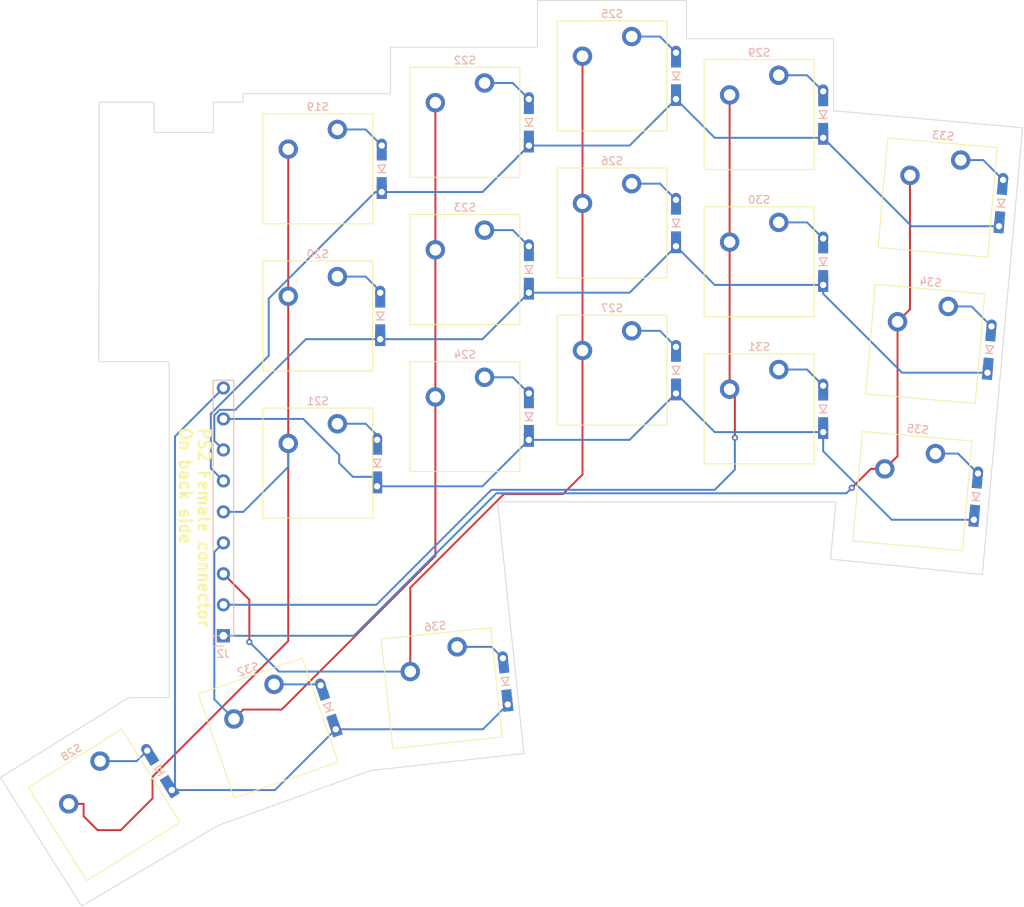
<source format=kicad_pcb>
(kicad_pcb (version 20221018) (generator pcbnew)
  (layers (0 "F.Cu" signal) (31 "B.Cu" signal) (34 "B.Paste" user) (35 "F.Paste" user) (36 "B.SilkS" user "B.Silkscreen") (37 "F.SilkS" user "F.Silkscreen") (38 "B.Mask" user) (39 "F.Mask" user) (44 "Edge.Cuts" user))
  (net 0 "")
  (net 1 "Net-(D19-A)")
  (net 2 "Net-(D20-A)")
  (net 3 "Net-(D21-A)")
  (net 4 "Net-(D22-A)")
  (net 5 "Net-(D23-A)")
  (net 6 "Net-(D24-A)")
  (net 7 "Net-(D25-A)")
  (net 8 "Net-(D26-A)")
  (net 9 "Net-(D27-A)")
  (net 10 "Net-(D28-A)")
  (net 11 "Net-(D29-A)")
  (net 12 "Net-(D30-A)")
  (net 13 "Net-(D31-A)")
  (net 14 "Net-(D32-A)")
  (net 15 "Net-(D33-A)")
  (net 16 "Net-(D34-A)")
  (net 17 "Net-(D35-A)")
  (net 18 "Net-(D36-A)")
  (net 19 "R4R")
  (net 20 "R3R")
  (net 21 "R2R")
  (net 22 "R1R")
  (net 23 "C10R")
  (net 24 "C9R")
  (net 25 "C8R")
  (net 26 "C7R")
  (net 27 "C6R")
  (footprint "Switch_Keyboard_Cherry_MX:SW_Cherry_MX_PCB_1.00u" (layer "F.Cu") (at 250.455964 94.699079)
    (fp_text reference "S31" (at 0 -8) (layer "B.SilkS") (effects (justify mirror)))
    (fp_text value "SW_Push")
    (pad "" np_thru_hole circle (at -5.08 0) (size 1.75 1.75) (drill 1.75) (layers "*.Cu" "*.Mask"))
    (pad "" np_thru_hole circle (at 0 0) (size 4 4) (drill 4) (layers "*.Cu" "*.Mask"))
    (pad "" np_thru_hole circle (at 5.08 0) (size 1.75 1.75) (drill 1.75) (layers "*.Cu" "*.Mask"))
    (pad "1" thru_hole circle (at -3.81 -2.54) (size 2.5 2.5) (drill 1.5) (layers "*.Cu" "B.Mask") (net 24 "C9R"))
    (pad "2" thru_hole circle (at 2.54 -5.08) (size 2.5 2.5) (drill 1.5) (layers "*.Cu" "B.Mask") (net 12 "Net-(D30-A)"))
  )
  (footprint "Switch_Keyboard_Cherry_MX:SW_Cherry_MX_PCB_1.00u" (layer "F.Cu") (at 212.455964 57.699079)
    (fp_text reference "S22" (at 0 -8) (layer "B.SilkS") (effects (justify mirror)))
    (fp_text value "SW_Push")
    (pad "" np_thru_hole circle (at -5.08 0) (size 1.75 1.75) (drill 1.75) (layers "*.Cu" "*.Mask"))
    (pad "" np_thru_hole circle (at 0 0) (size 4 4) (drill 4) (layers "*.Cu" "*.Mask"))
    (pad "" np_thru_hole circle (at 5.08 0) (size 1.75 1.75) (drill 1.75) (layers "*.Cu" "*.Mask"))
    (pad "1" thru_hole circle (at -3.81 -2.54) (size 2.5 2.5) (drill 1.5) (layers "*.Cu" "B.Mask") (net 26 "C7R"))
    (pad "2" thru_hole circle (at 2.54 -5.08) (size 2.5 2.5) (drill 1.5) (layers "*.Cu" "B.Mask") (net 3 "Net-(D21-A)"))
  )
  (footprint "Switch_Keyboard_Cherry_MX:SW_Cherry_MX_PCB_1.00u" (layer "F.Cu") (at 231.455964 51.699079)
    (fp_text reference "S25" (at 0 -8) (layer "B.SilkS") (effects (justify mirror)))
    (fp_text value "SW_Push")
    (pad "" np_thru_hole circle (at -5.08 0) (size 1.75 1.75) (drill 1.75) (layers "*.Cu" "*.Mask"))
    (pad "" np_thru_hole circle (at 0 0) (size 4 4) (drill 4) (layers "*.Cu" "*.Mask"))
    (pad "" np_thru_hole circle (at 5.08 0) (size 1.75 1.75) (drill 1.75) (layers "*.Cu" "*.Mask"))
    (pad "1" thru_hole circle (at -3.81 -2.54) (size 2.5 2.5) (drill 1.5) (layers "*.Cu" "B.Mask") (net 25 "C8R"))
    (pad "2" thru_hole circle (at 2.54 -5.08) (size 2.5 2.5) (drill 1.5) (layers "*.Cu" "B.Mask") (net 6 "Net-(D24-A)"))
  )
  (footprint "Switch_Keyboard_Cherry_MX:SW_Cherry_MX_PCB_1.00u" (layer "F.Cu") (at 165.879855 145.841604 32)
    (fp_text reference "S28" (at 0 -8 32) (layer "B.SilkS") (effects (justify mirror)))
    (fp_text value "SW_Push")
    (pad "" np_thru_hole circle (at -5.08 0 32) (size 1.75 1.75) (drill 1.75) (layers "*.Cu" "*.Mask"))
    (pad "" np_thru_hole circle (at 0 0 32) (size 4 4) (drill 4) (layers "*.Cu" "*.Mask"))
    (pad "" np_thru_hole circle (at 5.08 0 32) (size 1.75 1.75) (drill 1.75) (layers "*.Cu" "*.Mask"))
    (pad "1" thru_hole circle (at -3.81 -2.54 32) (size 2.5 2.5) (drill 1.5) (layers "*.Cu" "B.Mask") (net 27 "C6R"))
    (pad "2" thru_hole circle (at 2.54 -5.08 32) (size 2.5 2.5) (drill 1.5) (layers "*.Cu" "B.Mask") (net 9 "Net-(D27-A)"))
  )
  (footprint "Switch_Keyboard_Cherry_MX:SW_Cherry_MX_PCB_1.00u" (layer "F.Cu") (at 271.900122 86.314073 -5)
    (fp_text reference "S34" (at 0 -8 175) (layer "B.SilkS") (effects (justify mirror)))
    (fp_text value "SW_Push")
    (pad "" np_thru_hole circle (at -5.08 0 355) (size 1.75 1.75) (drill 1.75) (layers "*.Cu" "*.Mask"))
    (pad "" np_thru_hole circle (at 0 0 355) (size 4 4) (drill 4) (layers "*.Cu" "*.Mask"))
    (pad "" np_thru_hole circle (at 5.08 0 355) (size 1.75 1.75) (drill 1.75) (layers "*.Cu" "*.Mask"))
    (pad "1" thru_hole circle (at -3.81 -2.54 355) (size 2.5 2.5) (drill 1.5) (layers "*.Cu" "B.Mask") (net 23 "C10R"))
    (pad "2" thru_hole circle (at 2.54 -5.08 355) (size 2.5 2.5) (drill 1.5) (layers "*.Cu" "B.Mask") (net 15 "Net-(D33-A)"))
  )
  (footprint "Switch_Keyboard_Cherry_MX:SW_Cherry_MX_PCB_1.00u" (layer "F.Cu") (at 212.455964 76.699079)
    (fp_text reference "S23" (at 0 -8) (layer "B.SilkS") (effects (justify mirror)))
    (fp_text value "SW_Push")
    (pad "" np_thru_hole circle (at -5.08 0) (size 1.75 1.75) (drill 1.75) (layers "*.Cu" "*.Mask"))
    (pad "" np_thru_hole circle (at 0 0) (size 4 4) (drill 4) (layers "*.Cu" "*.Mask"))
    (pad "" np_thru_hole circle (at 5.08 0) (size 1.75 1.75) (drill 1.75) (layers "*.Cu" "*.Mask"))
    (pad "1" thru_hole circle (at -3.81 -2.54) (size 2.5 2.5) (drill 1.5) (layers "*.Cu" "B.Mask") (net 26 "C7R"))
    (pad "2" thru_hole circle (at 2.54 -5.08) (size 2.5 2.5) (drill 1.5) (layers "*.Cu" "B.Mask") (net 4 "Net-(D22-A)"))
  )
  (footprint "Switch_Keyboard_Cherry_MX:SW_Cherry_MX_PCB_1.00u" (layer "F.Cu") (at 250.455964 75.699079)
    (fp_text reference "S30" (at 0 -8) (layer "B.SilkS") (effects (justify mirror)))
    (fp_text value "SW_Push")
    (pad "" np_thru_hole circle (at -5.08 0) (size 1.75 1.75) (drill 1.75) (layers "*.Cu" "*.Mask"))
    (pad "" np_thru_hole circle (at 0 0) (size 4 4) (drill 4) (layers "*.Cu" "*.Mask"))
    (pad "" np_thru_hole circle (at 5.08 0) (size 1.75 1.75) (drill 1.75) (layers "*.Cu" "*.Mask"))
    (pad "1" thru_hole circle (at -3.81 -2.54) (size 2.5 2.5) (drill 1.5) (layers "*.Cu" "B.Mask") (net 24 "C9R"))
    (pad "2" thru_hole circle (at 2.54 -5.08) (size 2.5 2.5) (drill 1.5) (layers "*.Cu" "B.Mask") (net 11 "Net-(D29-A)"))
  )
  (footprint "Switch_Keyboard_Cherry_MX:SW_Cherry_MX_PCB_1.00u" (layer "F.Cu") (at 193.455962 63.699079)
    (fp_text reference "S19" (at 0 -8) (layer "B.SilkS") (effects (justify mirror)))
    (fp_text value "SW_Push")
    (pad "" np_thru_hole circle (at -5.08 0) (size 1.75 1.75) (drill 1.75) (layers "*.Cu" "*.Mask"))
    (pad "" np_thru_hole circle (at 0 0) (size 4 4) (drill 4) (layers "*.Cu" "*.Mask"))
    (pad "" np_thru_hole circle (at 5.08 0) (size 1.75 1.75) (drill 1.75) (layers "*.Cu" "*.Mask"))
    (pad "1" thru_hole circle (at -3.81 -2.54) (size 2.5 2.5) (drill 1.5) (layers "*.Cu" "B.Mask") (net 27 "C6R"))
    (pad "2" thru_hole circle (at 2.54 -5.08) (size 2.5 2.5) (drill 1.5) (layers "*.Cu" "B.Mask") (net 1 "Net-(D19-A)"))
  )
  (footprint "Switch_Keyboard_Cherry_MX:SW_Cherry_MX_PCB_1.00u" (layer "F.Cu") (at 231.455964 70.699079)
    (fp_text reference "S26" (at 0 -8) (layer "B.SilkS") (effects (justify mirror)))
    (fp_text value "SW_Push")
    (pad "" np_thru_hole circle (at -5.08 0) (size 1.75 1.75) (drill 1.75) (layers "*.Cu" "*.Mask"))
    (pad "" np_thru_hole circle (at 0 0) (size 4 4) (drill 4) (layers "*.Cu" "*.Mask"))
    (pad "" np_thru_hole circle (at 5.08 0) (size 1.75 1.75) (drill 1.75) (layers "*.Cu" "*.Mask"))
    (pad "1" thru_hole circle (at -3.81 -2.54) (size 2.5 2.5) (drill 1.5) (layers "*.Cu" "B.Mask") (net 25 "C8R"))
    (pad "2" thru_hole circle (at 2.54 -5.08) (size 2.5 2.5) (drill 1.5) (layers "*.Cu" "B.Mask") (net 7 "Net-(D25-A)"))
  )
  (footprint "Switch_Keyboard_Cherry_MX:SW_Cherry_MX_PCB_1.00u" (layer "F.Cu") (at 193.455962 101.699079)
    (fp_text reference "S21" (at 0 -8) (layer "B.SilkS") (effects (justify mirror)))
    (fp_text value "SW_Push")
    (pad "" np_thru_hole circle (at -5.08 0) (size 1.75 1.75) (drill 1.75) (layers "*.Cu" "*.Mask"))
    (pad "" np_thru_hole circle (at 0 0) (size 4 4) (drill 4) (layers "*.Cu" "*.Mask"))
    (pad "" np_thru_hole circle (at 5.08 0) (size 1.75 1.75) (drill 1.75) (layers "*.Cu" "*.Mask"))
    (pad "1" thru_hole circle (at -3.81 -2.54) (size 2.5 2.5) (drill 1.5) (layers "*.Cu" "B.Mask") (net 27 "C6R"))
    (pad "2" thru_hole circle (at 2.54 -5.08) (size 2.5 2.5) (drill 1.5) (layers "*.Cu" "B.Mask") (net 18 "Net-(D36-A)"))
  )
  (footprint "Switch_Keyboard_Cherry_MX:SW_Cherry_MX_PCB_1.00u" (layer "F.Cu") (at 187.063343 135.903994 19)
    (fp_text reference "S32" (at 0 -8 19) (layer "B.SilkS") (effects (justify mirror)))
    (fp_text value "SW_Push")
    (pad "" np_thru_hole circle (at -5.08 0 19) (size 1.75 1.75) (drill 1.75) (layers "*.Cu" "*.Mask"))
    (pad "" np_thru_hole circle (at 0 0 19) (size 4 4) (drill 4) (layers "*.Cu" "*.Mask"))
    (pad "" np_thru_hole circle (at 5.08 0 19) (size 1.75 1.75) (drill 1.75) (layers "*.Cu" "*.Mask"))
    (pad "1" thru_hole circle (at -3.81 -2.54 19) (size 2.5 2.5) (drill 1.5) (layers "*.Cu" "B.Mask") (net 26 "C7R"))
    (pad "2" thru_hole circle (at 2.54 -5.08 19) (size 2.5 2.5) (drill 1.5) (layers "*.Cu" "B.Mask") (net 13 "Net-(D31-A)"))
  )
  (footprint "Switch_Keyboard_Cherry_MX:SW_Cherry_MX_PCB_1.00u" (layer "F.Cu") (at 231.455964 89.699079)
    (fp_text reference "S27" (at 0 -8) (layer "B.SilkS") (effects (justify mirror)))
    (fp_text value "SW_Push")
    (pad "" np_thru_hole circle (at -5.08 0) (size 1.75 1.75) (drill 1.75) (layers "*.Cu" "*.Mask"))
    (pad "" np_thru_hole circle (at 0 0) (size 4 4) (drill 4) (layers "*.Cu" "*.Mask"))
    (pad "" np_thru_hole circle (at 5.08 0) (size 1.75 1.75) (drill 1.75) (layers "*.Cu" "*.Mask"))
    (pad "1" thru_hole circle (at -3.81 -2.54) (size 2.5 2.5) (drill 1.5) (layers "*.Cu" "B.Mask") (net 25 "C8R"))
    (pad "2" thru_hole circle (at 2.54 -5.08) (size 2.5 2.5) (drill 1.5) (layers "*.Cu" "B.Mask") (net 8 "Net-(D26-A)"))
  )
  (footprint "Switch_Keyboard_Cherry_MX:SW_Cherry_MX_PCB_1.00u" (layer "F.Cu") (at 270.252106 105.311492 -5)
    (fp_text reference "S35" (at 0 -8 175) (layer "B.SilkS") (effects (justify mirror)))
    (fp_text value "SW_Push")
    (pad "" np_thru_hole circle (at -5.08 0 355) (size 1.75 1.75) (drill 1.75) (layers "*.Cu" "*.Mask"))
    (pad "" np_thru_hole circle (at 0 0 355) (size 4 4) (drill 4) (layers "*.Cu" "*.Mask"))
    (pad "" np_thru_hole circle (at 5.08 0 355) (size 1.75 1.75) (drill 1.75) (layers "*.Cu" "*.Mask"))
    (pad "1" thru_hole circle (at -3.81 -2.54 355) (size 2.5 2.5) (drill 1.5) (layers "*.Cu" "B.Mask") (net 23 "C10R"))
    (pad "2" thru_hole circle (at 2.54 -5.08 355) (size 2.5 2.5) (drill 1.5) (layers "*.Cu" "B.Mask") (net 16 "Net-(D34-A)"))
  )
  (footprint "Switch_Keyboard_Cherry_MX:SW_Cherry_MX_PCB_1.00u" (layer "F.Cu") (at 193.455962 82.699079)
    (fp_text reference "S20" (at 0 -8) (layer "B.SilkS") (effects (justify mirror)))
    (fp_text value "SW_Push")
    (pad "" np_thru_hole circle (at -5.08 0) (size 1.75 1.75) (drill 1.75) (layers "*.Cu" "*.Mask"))
    (pad "" np_thru_hole circle (at 0 0) (size 4 4) (drill 4) (layers "*.Cu" "*.Mask"))
    (pad "" np_thru_hole circle (at 5.08 0) (size 1.75 1.75) (drill 1.75) (layers "*.Cu" "*.Mask"))
    (pad "1" thru_hole circle (at -3.81 -2.54) (size 2.5 2.5) (drill 1.5) (layers "*.Cu" "B.Mask") (net 27 "C6R"))
    (pad "2" thru_hole circle (at 2.54 -5.08) (size 2.5 2.5) (drill 1.5) (layers "*.Cu" "B.Mask") (net 2 "Net-(D20-A)"))
  )
  (footprint "Switch_Keyboard_Cherry_MX:SW_Cherry_MX_PCB_1.00u" (layer "F.Cu") (at 250.455964 56.699079)
    (fp_text reference "S29" (at 0 -8) (layer "B.SilkS") (effects (justify mirror)))
    (fp_text value "SW_Push")
    (pad "" np_thru_hole circle (at -5.08 0) (size 1.75 1.75) (drill 1.75) (layers "*.Cu" "*.Mask"))
    (pad "" np_thru_hole circle (at 0 0) (size 4 4) (drill 4) (layers "*.Cu" "*.Mask"))
    (pad "" np_thru_hole circle (at 5.08 0) (size 1.75 1.75) (drill 1.75) (layers "*.Cu" "*.Mask"))
    (pad "1" thru_hole circle (at -3.81 -2.54) (size 2.5 2.5) (drill 1.5) (layers "*.Cu" "B.Mask") (net 24 "C9R"))
    (pad "2" thru_hole circle (at 2.54 -5.08) (size 2.5 2.5) (drill 1.5) (layers "*.Cu" "B.Mask") (net 10 "Net-(D28-A)"))
  )
  (footprint "Switch_Keyboard_Cherry_MX:SW_Cherry_MX_PCB_1.00u" (layer "F.Cu") (at 273.509347 67.407972 -5)
    (fp_text reference "S33" (at 0 -8 175) (layer "B.SilkS") (effects (justify mirror)))
    (fp_text value "SW_Push")
    (pad "" np_thru_hole circle (at -5.08 0 355) (size 1.75 1.75) (drill 1.75) (layers "*.Cu" "*.Mask"))
    (pad "" np_thru_hole circle (at 0 0 355) (size 4 4) (drill 4) (layers "*.Cu" "*.Mask"))
    (pad "" np_thru_hole circle (at 5.08 0 355) (size 1.75 1.75) (drill 1.75) (layers "*.Cu" "*.Mask"))
    (pad "1" thru_hole circle (at -3.81 -2.54 355) (size 2.5 2.5) (drill 1.5) (layers "*.Cu" "B.Mask") (net 23 "C10R"))
    (pad "2" thru_hole circle (at 2.54 -5.08 355) (size 2.5 2.5) (drill 1.5) (layers "*.Cu" "B.Mask") (net 14 "Net-(D32-A)"))
  )
  (footprint "Switch_Keyboard_Cherry_MX:SW_Cherry_MX_PCB_1.00u" (layer "F.Cu") (at 209.461031 130.748601 6)
    (fp_text reference "S36" (at 0 -8 6) (layer "B.SilkS") (effects (justify mirror)))
    (fp_text value "SW_Push")
    (pad "" np_thru_hole circle (at -5.08 0 6) (size 1.75 1.75) (drill 1.75) (layers "*.Cu" "*.Mask"))
    (pad "" np_thru_hole circle (at 0 0 6) (size 4 4) (drill 4) (layers "*.Cu" "*.Mask"))
    (pad "" np_thru_hole circle (at 5.08 0 6) (size 1.75 1.75) (drill 1.75) (layers "*.Cu" "*.Mask"))
    (pad "1" thru_hole circle (at -3.81 -2.54 6) (size 2.5 2.5) (drill 1.5) (layers "*.Cu" "B.Mask") (net 25 "C8R"))
    (pad "2" thru_hole circle (at 2.54 -5.08 6) (size 2.5 2.5) (drill 1.5) (layers "*.Cu" "B.Mask") (net 17 "Net-(D35-A)"))
  )
  (footprint "Switch_Keyboard_Cherry_MX:SW_Cherry_MX_PCB_1.00u" (layer "F.Cu") (at 212.455964 95.699079)
    (fp_text reference "S24" (at 0 -8) (layer "B.SilkS") (effects (justify mirror)))
    (fp_text value "SW_Push")
    (pad "" np_thru_hole circle (at -5.08 0) (size 1.75 1.75) (drill 1.75) (layers "*.Cu" "*.Mask"))
    (pad "" np_thru_hole circle (at 0 0) (size 4 4) (drill 4) (layers "*.Cu" "*.Mask"))
    (pad "" np_thru_hole circle (at 5.08 0) (size 1.75 1.75) (drill 1.75) (layers "*.Cu" "*.Mask"))
    (pad "1" thru_hole circle (at -3.81 -2.54) (size 2.5 2.5) (drill 1.5) (layers "*.Cu" "B.Mask") (net 26 "C7R"))
    (pad "2" thru_hole circle (at 2.54 -5.08) (size 2.5 2.5) (drill 1.5) (layers "*.Cu" "B.Mask") (net 5 "Net-(D23-A)"))
  )
  (footprint "kbd:D3_TH_SMD_v2" (layer "B.Cu") (at 201.723227 63.699079 90)
    (fp_text reference "D19" hide)
    (fp_text value "D_Small" hide)
    (pad "1" thru_hole rect (at -3 0 90) (size 1.778 1.3) (drill 0.8128) (layers "*.Cu" "F.Mask") (net 19 "R4R"))
    (pad "1" smd rect (at -1.775 0 270) (size 1.4 1.3) (layers "B.Cu" "B.Paste" "B.Mask") (net 19 "R4R"))
    (pad "2" smd rect (at 1.775 0 270) (size 1.4 1.3) (layers "B.Cu" "B.Paste" "B.Mask") (net 1 "Net-(D19-A)"))
    (pad "2" thru_hole oval (at 3 0 90) (size 1.778 1.3) (drill 0.8128) (layers "*.Cu" "F.Mask") (net 1 "Net-(D19-A)"))
  )
  (footprint "kbd:D3_TH_SMD_v2" (layer "B.Cu") (at 220.723227 95.699079 90)
    (fp_text reference "D23" hide)
    (fp_text value "D_Small" hide)
    (pad "1" thru_hole rect (at -3 0 90) (size 1.778 1.3) (drill 0.8128) (layers "*.Cu" "F.Mask") (net 21 "R2R"))
    (pad "1" smd rect (at -1.775 0 270) (size 1.4 1.3) (layers "B.Cu" "B.Paste" "B.Mask") (net 21 "R2R"))
    (pad "2" smd rect (at 1.775 0 270) (size 1.4 1.3) (layers "B.Cu" "B.Paste" "B.Mask") (net 5 "Net-(D23-A)"))
    (pad "2" thru_hole oval (at 3 0 90) (size 1.778 1.3) (drill 0.8128) (layers "*.Cu" "F.Mask") (net 5 "Net-(D23-A)"))
  )
  (footprint "kbd:D3_TH_SMD_v2" (layer "B.Cu") (at 258.723227 56.695448 90)
    (fp_text reference "D28" hide)
    (fp_text value "D_Small" hide)
    (pad "1" thru_hole rect (at -3 0 90) (size 1.778 1.3) (drill 0.8128) (layers "*.Cu" "F.Mask") (net 19 "R4R"))
    (pad "1" smd rect (at -1.775 0 270) (size 1.4 1.3) (layers "B.Cu" "B.Paste" "B.Mask") (net 19 "R4R"))
    (pad "2" smd rect (at 1.775 0 270) (size 1.4 1.3) (layers "B.Cu" "B.Paste" "B.Mask") (net 10 "Net-(D28-A)"))
    (pad "2" thru_hole oval (at 3 0 90) (size 1.778 1.3) (drill 0.8128) (layers "*.Cu" "F.Mask") (net 10 "Net-(D28-A)"))
  )
  (footprint "kbd:D3_TH_SMD_v2" (layer "B.Cu") (at 201.523227 82.699079 90)
    (fp_text reference "D20" hide)
    (fp_text value "D_Small" hide)
    (pad "1" thru_hole rect (at -3 0 90) (size 1.778 1.3) (drill 0.8128) (layers "*.Cu" "F.Mask") (net 20 "R3R"))
    (pad "1" smd rect (at -1.775 0 270) (size 1.4 1.3) (layers "B.Cu" "B.Paste" "B.Mask") (net 20 "R3R"))
    (pad "2" smd rect (at 1.775 0 270) (size 1.4 1.3) (layers "B.Cu" "B.Paste" "B.Mask") (net 2 "Net-(D20-A)"))
    (pad "2" thru_hole oval (at 3 0 90) (size 1.778 1.3) (drill 0.8128) (layers "*.Cu" "F.Mask") (net 2 "Net-(D20-A)"))
  )
  (footprint "kbd:D3_TH_SMD_v2" (layer "B.Cu") (at 258.723227 75.695448 90)
    (fp_text reference "D29" hide)
    (fp_text value "D_Small" hide)
    (pad "1" thru_hole rect (at -3 0 90) (size 1.778 1.3) (drill 0.8128) (layers "*.Cu" "F.Mask") (net 20 "R3R"))
    (pad "1" smd rect (at -1.775 0 270) (size 1.4 1.3) (layers "B.Cu" "B.Paste" "B.Mask") (net 20 "R3R"))
    (pad "2" smd rect (at 1.775 0 270) (size 1.4 1.3) (layers "B.Cu" "B.Paste" "B.Mask") (net 11 "Net-(D29-A)"))
    (pad "2" thru_hole oval (at 3 0 90) (size 1.778 1.3) (drill 0.8128) (layers "*.Cu" "F.Mask") (net 11 "Net-(D29-A)"))
  )
  (footprint "kbd:D3_TH_SMD_v2" (layer "B.Cu") (at 201.123227 101.699079 90)
    (fp_text reference "D36" hide)
    (fp_text value "D_Small" hide)
    (pad "1" thru_hole rect (at -3 0 90) (size 1.778 1.3) (drill 0.8128) (layers "*.Cu" "F.Mask") (net 21 "R2R"))
    (pad "1" smd rect (at -1.775 0 270) (size 1.4 1.3) (layers "B.Cu" "B.Paste" "B.Mask") (net 21 "R2R"))
    (pad "2" smd rect (at 1.775 0 270) (size 1.4 1.3) (layers "B.Cu" "B.Paste" "B.Mask") (net 18 "Net-(D36-A)"))
    (pad "2" thru_hole oval (at 3 0 90) (size 1.778 1.3) (drill 0.8128) (layers "*.Cu" "F.Mask") (net 18 "Net-(D36-A)"))
  )
  (footprint "kbd:D3_TH_SMD_v2" (layer "B.Cu") (at 217.678961 129.884862 96)
    (fp_text reference "D35" hide)
    (fp_text value "D_Small" hide)
    (pad "1" thru_hole rect (at -3 0 96) (size 1.778 1.3) (drill 0.8128) (layers "*.Cu" "F.Mask") (net 22 "R1R"))
    (pad "1" smd rect (at -1.775 0 276) (size 1.4 1.3) (layers "B.Cu" "B.Paste" "B.Mask") (net 22 "R1R"))
    (pad "2" smd rect (at 1.775 0 276) (size 1.4 1.3) (layers "B.Cu" "B.Paste" "B.Mask") (net 17 "Net-(D35-A)"))
    (pad "2" thru_hole oval (at 3 0 96) (size 1.778 1.3) (drill 0.8128) (layers "*.Cu" "F.Mask") (net 17 "Net-(D35-A)"))
  )
  (footprint "kbd:D3_TH_SMD_v2" (layer "B.Cu") (at 278.451155 106.028815 85)
    (fp_text reference "D34" hide)
    (fp_text value "D_Small" hide)
    (pad "1" thru_hole rect (at -3 0 85) (size 1.778 1.3) (drill 0.8128) (layers "*.Cu" "F.Mask") (net 21 "R2R"))
    (pad "1" smd rect (at -1.775 0 265) (size 1.4 1.3) (layers "B.Cu" "B.Paste" "B.Mask") (net 21 "R2R"))
    (pad "2" smd rect (at 1.775 0 265) (size 1.4 1.3) (layers "B.Cu" "B.Paste" "B.Mask") (net 16 "Net-(D34-A)"))
    (pad "2" thru_hole oval (at 3 0 85) (size 1.778 1.3) (drill 0.8128) (layers "*.Cu" "F.Mask") (net 16 "Net-(D34-A)"))
  )
  (footprint "kbd:D3_TH_SMD_v2" (layer "B.Cu") (at 281.692834 68.123934 85)
    (fp_text reference "D32" hide)
    (fp_text value "D_Small" hide)
    (pad "1" thru_hole rect (at -3 0 85) (size 1.778 1.3) (drill 0.8128) (layers "*.Cu" "F.Mask") (net 19 "R4R"))
    (pad "1" smd rect (at -1.775 0 265) (size 1.4 1.3) (layers "B.Cu" "B.Paste" "B.Mask") (net 19 "R4R"))
    (pad "2" smd rect (at 1.775 0 265) (size 1.4 1.3) (layers "B.Cu" "B.Paste" "B.Mask") (net 14 "Net-(D32-A)"))
    (pad "2" thru_hole oval (at 3 0 85) (size 1.778 1.3) (drill 0.8128) (layers "*.Cu" "F.Mask") (net 14 "Net-(D32-A)"))
  )
  (footprint "kbd:D3_TH_SMD_v2" (layer "B.Cu") (at 194.807751 133.237381 109)
    (fp_text reference "D31" hide)
    (fp_text value "D_Small" hide)
    (pad "1" thru_hole rect (at -3 0 109) (size 1.778 1.3) (drill 0.8128) (layers "*.Cu" "F.Mask") (net 22 "R1R"))
    (pad "1" smd rect (at -1.775 0 289) (size 1.4 1.3) (layers "B.Cu" "B.Paste" "B.Mask") (net 22 "R1R"))
    (pad "2" smd rect (at 1.775 0 289) (size 1.4 1.3) (layers "B.Cu" "B.Paste" "B.Mask") (net 13 "Net-(D31-A)"))
    (pad "2" thru_hole oval (at 3 0 109) (size 1.778 1.3) (drill 0.8128) (layers "*.Cu" "F.Mask") (net 13 "Net-(D31-A)"))
  )
  (footprint "kbd:D3_TH_SMD_v2" (layer "B.Cu") (at 220.723227 76.695448 90)
    (fp_text reference "D22" hide)
    (fp_text value "D_Small" hide)
    (pad "1" thru_hole rect (at -3 0 90) (size 1.778 1.3) (drill 0.8128) (layers "*.Cu" "F.Mask") (net 20 "R3R"))
    (pad "1" smd rect (at -1.775 0 270) (size 1.4 1.3) (layers "B.Cu" "B.Paste" "B.Mask") (net 20 "R3R"))
    (pad "2" smd rect (at 1.775 0 270) (size 1.4 1.3) (layers "B.Cu" "B.Paste" "B.Mask") (net 4 "Net-(D22-A)"))
    (pad "2" thru_hole oval (at 3 0 90) (size 1.778 1.3) (drill 0.8128) (layers "*.Cu" "F.Mask") (net 4 "Net-(D22-A)"))
  )
  (footprint "kbd:D3_TH_SMD_v2" (layer "B.Cu") (at 280.200155 87.040232 85)
    (fp_text reference "D33" hide)
    (fp_text value "D_Small" hide)
    (pad "1" thru_hole rect (at -3 0 85) (size 1.778 1.3) (drill 0.8128) (layers "*.Cu" "F.Mask") (net 20 "R3R"))
    (pad "1" smd rect (at -1.775 0 265) (size 1.4 1.3) (layers "B.Cu" "B.Paste" "B.Mask") (net 20 "R3R"))
    (pad "2" smd rect (at 1.775 0 265) (size 1.4 1.3) (layers "B.Cu" "B.Paste" "B.Mask") (net 15 "Net-(D33-A)"))
    (pad "2" thru_hole oval (at 3 0 85) (size 1.778 1.3) (drill 0.8128) (layers "*.Cu" "F.Mask") (net 15 "Net-(D33-A)"))
  )
  (footprint "kbd:D3_TH_SMD_v2" (layer "B.Cu") (at 220.723227 57.699079 90)
    (fp_text reference "D21" hide)
    (fp_text value "D_Small" hide)
    (pad "1" thru_hole rect (at -3 0 90) (size 1.778 1.3) (drill 0.8128) (layers "*.Cu" "F.Mask") (net 19 "R4R"))
    (pad "1" smd rect (at -1.775 0 270) (size 1.4 1.3) (layers "B.Cu" "B.Paste" "B.Mask") (net 19 "R4R"))
    (pad "2" smd rect (at 1.775 0 270) (size 1.4 1.3) (layers "B.Cu" "B.Paste" "B.Mask") (net 3 "Net-(D21-A)"))
    (pad "2" thru_hole oval (at 3 0 90) (size 1.778 1.3) (drill 0.8128) (layers "*.Cu" "F.Mask") (net 3 "Net-(D21-A)"))
  )
  (footprint "MX:1x9 4mm" (layer "B.Cu") (at 181.275976 124)
    (fp_text reference "J2" (at 0 2.33 180) (layer "B.SilkS") (effects (justify mirror)))
    (fp_text value "Conn_01x09")
    (pad "1" thru_hole rect (at 0 0) (size 1.7 1.7) (drill 1) (layers "*.Cu" "*.Mask") (net 23 "C10R"))
    (pad "2" thru_hole oval (at 0 -4) (size 1.7 1.7) (drill 1) (layers "*.Cu" "*.Mask") (net 24 "C9R"))
    (pad "3" thru_hole oval (at 0 -8) (size 1.7 1.7) (drill 1) (layers "*.Cu" "*.Mask") (net 25 "C8R"))
    (pad "4" thru_hole oval (at 0 -12) (size 1.7 1.7) (drill 1) (layers "*.Cu" "*.Mask") (net 26 "C7R"))
    (pad "5" thru_hole oval (at 0 -16) (size 1.7 1.7) (drill 1) (layers "*.Cu" "*.Mask") (net 27 "C6R"))
    (pad "6" thru_hole oval (at 0 -20) (size 1.7 1.7) (drill 1) (layers "*.Cu" "*.Mask") (net 19 "R4R"))
    (pad "7" thru_hole oval (at 0 -24) (size 1.7 1.7) (drill 1) (layers "*.Cu" "*.Mask") (net 20 "R3R"))
    (pad "8" thru_hole oval (at 0 -28) (size 1.7 1.7) (drill 1) (layers "*.Cu" "*.Mask") (net 21 "R2R"))
    (pad "9" thru_hole oval (at 0 -32) (size 1.7 1.7) (drill 1) (layers "*.Cu" "*.Mask") (net 22 "R1R"))
  )
  (footprint "kbd:D3_TH_SMD_v2" (layer "B.Cu") (at 239.723227 70.699079 90)
    (fp_text reference "D25" hide)
    (fp_text value "D_Small" hide)
    (pad "1" thru_hole rect (at -3 0 90) (size 1.778 1.3) (drill 0.8128) (layers "*.Cu" "F.Mask") (net 20 "R3R"))
    (pad "1" smd rect (at -1.775 0 270) (size 1.4 1.3) (layers "B.Cu" "B.Paste" "B.Mask") (net 20 "R3R"))
    (pad "2" smd rect (at 1.775 0 270) (size 1.4 1.3) (layers "B.Cu" "B.Paste" "B.Mask") (net 7 "Net-(D25-A)"))
    (pad "2" thru_hole oval (at 3 0 90) (size 1.778 1.3) (drill 0.8128) (layers "*.Cu" "F.Mask") (net 7 "Net-(D25-A)"))
  )
  (footprint "kbd:D3_TH_SMD_v2" (layer "B.Cu") (at 173.023156 141.377974 122)
    (fp_text reference "D27" hide)
    (fp_text value "D_Small" hide)
    (pad "1" thru_hole rect (at -3 0 122) (size 1.778 1.3) (drill 0.8128) (layers "*.Cu" "F.Mask") (net 22 "R1R"))
    (pad "1" smd rect (at -1.775 0 302) (size 1.4 1.3) (layers "B.Cu" "B.Paste" "B.Mask") (net 22 "R1R"))
    (pad "2" smd rect (at 1.775 0 302) (size 1.4 1.3) (layers "B.Cu" "B.Paste" "B.Mask") (net 9 "Net-(D27-A)"))
    (pad "2" thru_hole oval (at 3 0 122) (size 1.778 1.3) (drill 0.8128) (layers "*.Cu" "F.Mask") (net 9 "Net-(D27-A)"))
  )
  (footprint "kbd:D3_TH_SMD_v2" (layer "B.Cu") (at 239.723227 51.699079 90)
    (fp_text reference "D24" hide)
    (fp_text value "D_Small" hide)
    (pad "1" thru_hole rect (at -3 0 90) (size 1.778 1.3) (drill 0.8128) (layers "*.Cu" "F.Mask") (net 19 "R4R"))
    (pad "1" smd rect (at -1.775 0 270) (size 1.4 1.3) (layers "B.Cu" "B.Paste" "B.Mask") (net 19 "R4R"))
    (pad "2" smd rect (at 1.775 0 270) (size 1.4 1.3) (layers "B.Cu" "B.Paste" "B.Mask") (net 6 "Net-(D24-A)"))
    (pad "2" thru_hole oval (at 3 0 90) (size 1.778 1.3) (drill 0.8128) (layers "*.Cu" "F.Mask") (net 6 "Net-(D24-A)"))
  )
  (footprint "kbd:D3_TH_SMD_v2" (layer "B.Cu") (at 239.723227 89.699079 90)
    (fp_text reference "D26" hide)
    (fp_text value "D_Small" hide)
    (pad "1" thru_hole rect (at -3 0 90) (size 1.778 1.3) (drill 0.8128) (layers "*.Cu" "F.Mask") (net 21 "R2R"))
    (pad "1" smd rect (at -1.775 0 270) (size 1.4 1.3) (layers "B.Cu" "B.Paste" "B.Mask") (net 21 "R2R"))
    (pad "2" smd rect (at 1.775 0 270) (size 1.4 1.3) (layers "B.Cu" "B.Paste" "B.Mask") (net 8 "Net-(D26-A)"))
    (pad "2" thru_hole oval (at 3 0 90) (size 1.778 1.3) (drill 0.8128) (layers "*.Cu" "F.Mask") (net 8 "Net-(D26-A)"))
  )
  (footprint "kbd:D3_TH_SMD_v2" (layer "B.Cu") (at 258.723227 94.699079 90)
    (fp_text reference "D30" hide)
    (fp_text value "D_Small" hide)
    (pad "1" thru_hole rect (at -3 0 90) (size 1.778 1.3) (drill 0.8128) (layers "*.Cu" "F.Mask") (net 21 "R2R"))
    (pad "1" smd rect (at -1.775 0 270) (size 1.4 1.3) (layers "B.Cu" "B.Paste" "B.Mask") (net 21 "R2R"))
    (pad "2" smd rect (at 1.775 0 270) (size 1.4 1.3) (layers "B.Cu" "B.Paste" "B.Mask") (net 12 "Net-(D30-A)"))
    (pad "2" thru_hole oval (at 3 0 90) (size 1.778 1.3) (drill 0.8128) (layers "*.Cu" "F.Mask") (net 12 "Net-(D30-A)"))
  )
  (gr_poly (pts (xy 162.975976 158.9) (xy 180.575976 148.5) (xy 200.275976 141.4) (xy 220.075976 139.2) (xy 216.675976 106.7) (xy 260.375976 106.7) (xy 259.675976 114.1) (xy 279.275976 116.1) (xy 284.475976 58.4) (xy 260.075976 56.2) (xy 260.075976 46.9) (xy 241.075976 46.9) (xy 241.075976 41.95) (xy 221.825976 41.95) (xy 221.825976 48) (xy 202.825976 48) (xy 202.825976 54) (xy 183.825976 54) (xy 183.825976 55.1) (xy 179.975976 55.1) (xy 179.975976 59) (xy 172.325976 59) (xy 172.325976 55.1) (xy 165.225976 55.1) (xy 165.175976 88.6) (xy 174.275976 88.6) (xy 174.275976 132) (xy 169.025976 132) (xy 152.475976 142.3)) (stroke (width 0.1)) (fill none) (layer "Edge.Cuts"))
  (gr_text "PS2 Female connector\nOn back side" (at 175.473227 96.949079 -90) (layer "F.SilkS") (effects (font (size 1.5 1.5) (thickness 0.3) bold) (justify left bottom)))
  (segment (start 199.643227 58.619079) (end 201.723227 60.699079) (width 0.25) (layer "B.Cu") (net 1))
  (segment (start 195.995962 58.619079) (end 199.643227 58.619079) (width 0.25) (layer "B.Cu") (net 1))
  (segment (start 195.995962 77.619079) (end 199.643227 77.619079) (width 0.25) (layer "B.Cu") (net 2))
  (segment (start 201.223227 79.199079) (end 201.223227 79.699079) (width 0.25) (layer "B.Cu") (net 2))
  (segment (start 201.523227 79.499079) (end 201.523227 79.699079) (width 0.25) (layer "B.Cu") (net 2))
  (segment (start 199.643227 77.619079) (end 201.523227 79.499079) (width 0.25) (layer "B.Cu") (net 2))
  (segment (start 218.643227 52.619079) (end 220.723227 54.699079) (width 0.25) (layer "B.Cu") (net 3))
  (segment (start 214.995964 52.619079) (end 218.643227 52.619079) (width 0.25) (layer "B.Cu") (net 3))
  (segment (start 218.646858 71.619079) (end 220.723227 73.695448) (width 0.25) (layer "B.Cu") (net 4))
  (segment (start 214.995964 71.619079) (end 218.646858 71.619079) (width 0.25) (layer "B.Cu") (net 4))
  (segment (start 214.995964 90.619079) (end 218.643227 90.619079) (width 0.25) (layer "B.Cu") (net 5))
  (segment (start 218.643227 90.619079) (end 220.723227 92.699079) (width 0.25) (layer "B.Cu") (net 5))
  (segment (start 233.995964 46.619079) (end 237.643227 46.619079) (width 0.25) (layer "B.Cu") (net 6))
  (segment (start 237.643227 46.619079) (end 239.723227 48.699079) (width 0.25) (layer "B.Cu") (net 6))
  (segment (start 237.643227 65.619079) (end 239.723227 67.699079) (width 0.25) (layer "B.Cu") (net 7))
  (segment (start 233.995964 65.619079) (end 237.643227 65.619079) (width 0.25) (layer "B.Cu") (net 7))
  (segment (start 233.995964 84.619079) (end 237.643227 84.619079) (width 0.25) (layer "B.Cu") (net 8))
  (segment (start 237.643227 84.619079) (end 239.723227 86.699079) (width 0.25) (layer "B.Cu") (net 8))
  (segment (start 170.079703 140.187525) (end 171.433398 138.83383) (width 0.25) (layer "B.Cu") (net 9))
  (segment (start 165.341907 140.187525) (end 170.079703 140.187525) (width 0.25) (layer "B.Cu") (net 9))
  (segment (start 252.995964 51.619079) (end 256.646858 51.619079) (width 0.25) (layer "B.Cu") (net 10))
  (segment (start 256.646858 51.619079) (end 258.723227 53.695448) (width 0.25) (layer "B.Cu") (net 10))
  (segment (start 256.646858 70.619079) (end 258.723227 72.695448) (width 0.25) (layer "B.Cu") (net 11))
  (segment (start 252.995964 70.619079) (end 256.646858 70.619079) (width 0.25) (layer "B.Cu") (net 11))
  (segment (start 256.643227 89.619079) (end 258.723227 91.699079) (width 0.25) (layer "B.Cu") (net 12))
  (segment (start 252.995964 89.619079) (end 256.643227 89.619079) (width 0.25) (layer "B.Cu") (net 12))
  (segment (start 193.704039 130.273817) (end 193.831047 130.400825) (width 0.25) (layer "B.Cu") (net 13))
  (segment (start 187.811074 130.273817) (end 193.704039 130.273817) (width 0.25) (layer "B.Cu") (net 13))
  (segment (start 279.38763 62.568679) (end 281.954301 65.13535) (width 0.25) (layer "B.Cu") (net 14))
  (segment (start 276.482433 62.568679) (end 279.38763 62.568679) (width 0.25) (layer "B.Cu") (net 14))
  (segment (start 274.873208 81.47478) (end 277.884754 81.47478) (width 0.25) (layer "B.Cu") (net 15))
  (segment (start 277.884754 81.47478) (end 280.461622 84.051648) (width 0.25) (layer "B.Cu") (net 15))
  (segment (start 273.225192 100.472199) (end 276.14459 100.472199) (width 0.25) (layer "B.Cu") (net 16))
  (segment (start 276.14459 100.472199) (end 278.712622 103.040231) (width 0.25) (layer "B.Cu") (net 16))
  (segment (start 211.456112 125.430927) (end 215.895007 125.430927) (width 0.25) (layer "B.Cu") (net 17))
  (segment (start 215.895007 125.430927) (end 217.365376 126.901296) (width 0.25) (layer "B.Cu") (net 17))
  (segment (start 195.995962 96.619079) (end 199.646858 96.619079) (width 0.25) (layer "B.Cu") (net 18))
  (segment (start 201.123227 98.699079) (end 201.123227 98.095448) (width 0.25) (layer "B.Cu") (net 18))
  (segment (start 201.123227 98.095448) (end 199.646858 96.619079) (width 0.25) (layer "B.Cu") (net 18))
  (segment (start 270.140297 71.112518) (end 258.723227 59.695448) (width 0.25) (layer "B.Cu") (net 19))
  (segment (start 179.650976 102.375) (end 179.650976 95.326903) (width 0.25) (layer "B.Cu") (net 19))
  (segment (start 233.723227 60.699079) (end 239.723227 54.699079) (width 0.25) (layer "B.Cu") (net 19))
  (segment (start 187.125962 87.851917) (end 187.125962 80.451692) (width 0.25) (layer "B.Cu") (net 19))
  (segment (start 201.723227 66.699079) (end 214.723227 66.699079) (width 0.25) (layer "B.Cu") (net 19))
  (segment (start 220.723227 60.699079) (end 233.723227 60.699079) (width 0.25) (layer "B.Cu") (net 19))
  (segment (start 187.125962 80.451692) (end 200.878575 66.699079) (width 0.25) (layer "B.Cu") (net 19))
  (segment (start 179.650976 95.326903) (end 187.125962 87.851917) (width 0.25) (layer "B.Cu") (net 19))
  (segment (start 200.878575 66.699079) (end 201.723227 66.699079) (width 0.25) (layer "B.Cu") (net 19))
  (segment (start 214.723227 66.699079) (end 220.723227 60.699079) (width 0.25) (layer "B.Cu") (net 19))
  (segment (start 281.431367 71.112518) (end 270.140297 71.112518) (width 0.25) (layer "B.Cu") (net 19))
  (segment (start 181.275976 104) (end 179.650976 102.375) (width 0.25) (layer "B.Cu") (net 19))
  (segment (start 258.723227 59.695448) (end 244.719596 59.695448) (width 0.25) (layer "B.Cu") (net 19))
  (segment (start 244.719596 59.695448) (end 239.723227 54.699079) (width 0.25) (layer "B.Cu") (net 19))
  (segment (start 244.719596 78.695448) (end 239.723227 73.699079) (width 0.25) (layer "B.Cu") (net 20))
  (segment (start 268.917595 90.028816) (end 258.723227 79.834448) (width 0.25) (layer "B.Cu") (net 20))
  (segment (start 220.723227 79.695448) (end 233.726858 79.695448) (width 0.25) (layer "B.Cu") (net 20))
  (segment (start 180.100976 95.513299) (end 180.789275 94.825) (width 0.25) (layer "B.Cu") (net 20))
  (segment (start 233.726858 79.695448) (end 239.723227 73.699079) (width 0.25) (layer "B.Cu") (net 20))
  (segment (start 181.275976 100) (end 180.100976 98.825) (width 0.25) (layer "B.Cu") (net 20))
  (segment (start 258.723227 79.834448) (end 258.723227 78.695448) (width 0.25) (layer "B.Cu") (net 20))
  (segment (start 258.723227 78.695448) (end 244.719596 78.695448) (width 0.25) (layer "B.Cu") (net 20))
  (segment (start 180.789275 94.825) (end 182.797306 94.825) (width 0.25) (layer "B.Cu") (net 20))
  (segment (start 220.723227 79.695448) (end 214.771411 85.647263) (width 0.25) (layer "B.Cu") (net 20))
  (segment (start 279.938688 90.028816) (end 268.917595 90.028816) (width 0.25) (layer "B.Cu") (net 20))
  (segment (start 180.100976 98.825) (end 180.100976 95.513299) (width 0.25) (layer "B.Cu") (net 20))
  (segment (start 214.771411 85.647263) (end 214.719596 85.699079) (width 0.25) (layer "B.Cu") (net 20))
  (segment (start 191.923227 85.699079) (end 201.523227 85.699079) (width 0.25) (layer "B.Cu") (net 20))
  (segment (start 201.523227 85.699079) (end 214.719595 85.699079) (width 0.25) (layer "B.Cu") (net 20))
  (segment (start 214.719595 85.699079) (end 214.771411 85.647263) (width 0.25) (layer "B.Cu") (net 20))
  (segment (start 182.797306 94.825) (end 191.923227 85.699079) (width 0.25) (layer "B.Cu") (net 20))
  (segment (start 191.586883 96) (end 196.223227 100.636344) (width 0.25) (layer "B.Cu") (net 21))
  (segment (start 196.223227 101.699079) (end 197.998227 103.474079) (width 0.25) (layer "B.Cu") (net 21))
  (segment (start 233.723227 98.699079) (end 239.723227 92.699079) (width 0.25) (layer "B.Cu") (net 21))
  (segment (start 258.723227 100.168298) (end 258.723227 97.699079) (width 0.25) (layer "B.Cu") (net 21))
  (segment (start 196.223227 100.636344) (end 196.223227 101.699079) (width 0.25) (layer "B.Cu") (net 21))
  (segment (start 278.189688 109.017399) (end 267.572328 109.017399) (width 0.25) (layer "B.Cu") (net 21))
  (segment (start 258.723227 97.699079) (end 244.723227 97.699079) (width 0.25) (layer "B.Cu") (net 21))
  (segment (start 201.123227 104.699079) (end 214.723227 104.699079) (width 0.25) (layer "B.Cu") (net 21))
  (segment (start 214.723227 104.699079) (end 220.723227 98.699079) (width 0.25) (layer "B.Cu") (net 21))
  (segment (start 267.572328 109.017399) (end 258.723227 100.168298) (width 0.25) (layer "B.Cu") (net 21))
  (segment (start 181.275976 96) (end 191.586883 96) (width 0.25) (layer "B.Cu") (net 21))
  (segment (start 220.723227 98.699079) (end 233.723227 98.699079) (width 0.25) (layer "B.Cu") (net 21))
  (segment (start 197.998227 103.474079) (end 201.123227 103.474079) (width 0.25) (layer "B.Cu") (net 21))
  (segment (start 244.723227 97.699079) (end 239.723227 92.699079) (width 0.25) (layer "B.Cu") (net 21))
  (segment (start 174.612914 143.922118) (end 187.936274 143.922118) (width 0.25) (layer "B.Cu") (net 22))
  (segment (start 175.023227 98.252749) (end 175.023227 143.511805) (width 0.25) (layer "B.Cu") (net 22))
  (segment (start 175.023227 143.511805) (end 174.612914 143.922118) (width 0.25) (layer "B.Cu") (net 22))
  (segment (start 181.275976 92) (end 175.023227 98.252749) (width 0.25) (layer "B.Cu") (net 22))
  (segment (start 214.787037 136.073937) (end 217.992546 132.868428) (width 0.25) (layer "B.Cu") (net 22))
  (segment (start 195.784455 136.073937) (end 214.787037 136.073937) (width 0.25) (layer "B.Cu") (net 22))
  (segment (start 187.936274 143.922118) (end 195.784455 136.073937) (width 0.25) (layer "B.Cu") (net 22))
  (segment (start 262.423227 104.899079) (end 264.873212 102.449094) (width 0.25) (layer "F.Cu") (net 23))
  (segment (start 268.325996 100.801078) (end 268.325996 83.451675) (width 0.25) (layer "F.Cu") (net 23))
  (segment (start 269.935221 81.84245) (end 268.325996 83.451675) (width 0.25) (layer "F.Cu") (net 23))
  (segment (start 269.935221 64.545574) (end 269.935221 81.84245) (width 0.25) (layer "F.Cu") (net 23))
  (segment (start 264.873212 102.449094) (end 266.67798 102.449094) (width 0.25) (layer "F.Cu") (net 23))
  (segment (start 266.67798 102.449094) (end 268.325996 100.801078) (width 0.25) (layer "F.Cu") (net 23))
  (via (at 262.423227 104.899079) (size 0.8) (drill 0.4) (layers "F.Cu" "B.Cu") (net 23))
  (segment (start 261.723227 105.599079) (end 262.423227 104.899079) (width 0.25) (layer "B.Cu") (net 23))
  (segment (start 198.122306 124) (end 215.523227 106.599079) (width 0.25) (layer "B.Cu") (net 23))
  (segment (start 215.523227 106.599079) (end 216.523227 105.599079) (width 0.25) (layer "B.Cu") (net 23))
  (segment (start 216.523227 105.599079) (end 261.723227 105.599079) (width 0.25) (layer "B.Cu") (net 23))
  (segment (start 181.275976 124) (end 198.122306 124) (width 0.25) (layer "B.Cu") (net 23))
  (segment (start 247.323227 98.423579) (end 247.323227 92.836342) (width 0.25) (layer "F.Cu") (net 24))
  (segment (start 246.645964 54.159079) (end 246.645964 92.159079) (width 0.25) (layer "F.Cu") (net 24))
  (segment (start 247.323227 92.836342) (end 246.645964 92.159079) (width 0.25) (layer "F.Cu") (net 24))
  (via (at 247.323227 98.423579) (size 0.8) (drill 0.4) (layers "F.Cu" "B.Cu") (net 24))
  (segment (start 244.723227 105.149079) (end 247.323227 102.549079) (width 0.25) (layer "B.Cu") (net 24))
  (segment (start 181.275976 120) (end 201.022306 120) (width 0.25) (layer "B.Cu") (net 24))
  (segment (start 247.323227 102.549079) (end 247.323227 98.423579) (width 0.25) (layer "B.Cu") (net 24))
  (segment (start 212.023227 108.999079) (end 215.873227 105.149079) (width 0.25) (layer "B.Cu") (net 24))
  (segment (start 201.022306 120) (end 212.023227 108.999079) (width 0.25) (layer "B.Cu") (net 24))
  (segment (start 215.873227 105.149079) (end 244.723227 105.149079) (width 0.25) (layer "B.Cu") (net 24))
  (segment (start 184.623227 119.347251) (end 181.275976 116) (width 0.25) (layer "F.Cu") (net 25))
  (segment (start 225.123227 105.699079) (end 227.645964 103.176342) (width 0.25) (layer "F.Cu") (net 25))
  (segment (start 205.4064 128.620769) (end 205.4064 117.792799) (width 0.25) (layer "F.Cu") (net 25))
  (segment (start 227.645964 103.176342) (end 227.645964 87.159079) (width 0.25) (layer "F.Cu") (net 25))
  (segment (start 205.4064 117.792799) (end 217.50012 105.699079) (width 0.25) (layer "F.Cu") (net 25))
  (segment (start 184.623227 124.799079) (end 184.623227 119.347251) (width 0.25) (layer "F.Cu") (net 25))
  (segment (start 217.50012 105.699079) (end 225.123227 105.699079) (width 0.25) (layer "F.Cu") (net 25))
  (segment (start 227.645964 49.159079) (end 227.645964 87.159079) (width 0.25) (layer "F.Cu") (net 25))
  (via (at 184.623227 124.799079) (size 0.8) (drill 0.4) (layers "F.Cu" "B.Cu") (net 25))
  (segment (start 205.4064 128.620769) (end 188.444917 128.620769) (width 0.25) (layer "B.Cu") (net 25))
  (segment (start 188.444917 128.620769) (end 184.623227 124.799079) (width 0.25) (layer "B.Cu") (net 25))
  (segment (start 208.645964 113.676342) (end 208.645964 93.159079) (width 0.25) (layer "F.Cu") (net 26))
  (segment (start 188.793312 133.528994) (end 208.645964 113.676342) (width 0.25) (layer "F.Cu") (net 26))
  (segment (start 183.847771 133.528994) (end 188.793312 133.528994) (width 0.25) (layer "F.Cu") (net 26))
  (segment (start 208.645964 55.159079) (end 208.645964 93.159079) (width 0.25) (layer "F.Cu") (net 26))
  (segment (start 182.633974 134.742791) (end 183.847771 133.528994) (width 0.25) (layer "F.Cu") (net 26))
  (segment (start 180.100976 132.209793) (end 182.633974 134.742791) (width 0.25) (layer "B.Cu") (net 26))
  (segment (start 181.275976 112) (end 180.100976 113.175) (width 0.25) (layer "B.Cu") (net 26))
  (segment (start 180.100976 113.175) (end 180.100976 132.209793) (width 0.25) (layer "B.Cu") (net 26))
  (segment (start 189.645962 124.676344) (end 189.645962 99.159079) (width 0.25) (layer "F.Cu") (net 27))
  (segment (start 168.023227 149.099079) (end 172.123227 144.999079) (width 0.25) (layer "F.Cu") (net 27))
  (segment (start 165.023227 149.099079) (end 168.023227 149.099079) (width 0.25) (layer "F.Cu") (net 27))
  (segment (start 163.223227 147.299079) (end 165.023227 149.099079) (width 0.25) (layer "F.Cu") (net 27))
  (segment (start 172.123227 142.199079) (end 189.645962 124.676344) (width 0.25) (layer "F.Cu") (net 27))
  (segment (start 161.302797 145.706554) (end 163.223227 145.706554) (width 0.25) (layer "F.Cu") (net 27))
  (segment (start 172.123227 144.999079) (end 172.123227 142.199079) (width 0.25) (layer "F.Cu") (net 27))
  (segment (start 189.645962 99.159079) (end 189.645962 61.159079) (width 0.25) (layer "F.Cu") (net 27))
  (segment (start 163.223227 145.706554) (end 163.223227 147.299079) (width 0.25) (layer "F.Cu") (net 27))
  (segment (start 181.275976 108) (end 183.842808 108) (width 0.25) (layer "B.Cu") (net 27))
  (segment (start 183.842808 108) (end 189.645962 102.196846) (width 0.25) (layer "B.Cu") (net 27))
  (segment (start 189.645962 102.196846) (end 189.645962 99.159079) (width 0.25) (layer "B.Cu") (net 27))
)
</source>
